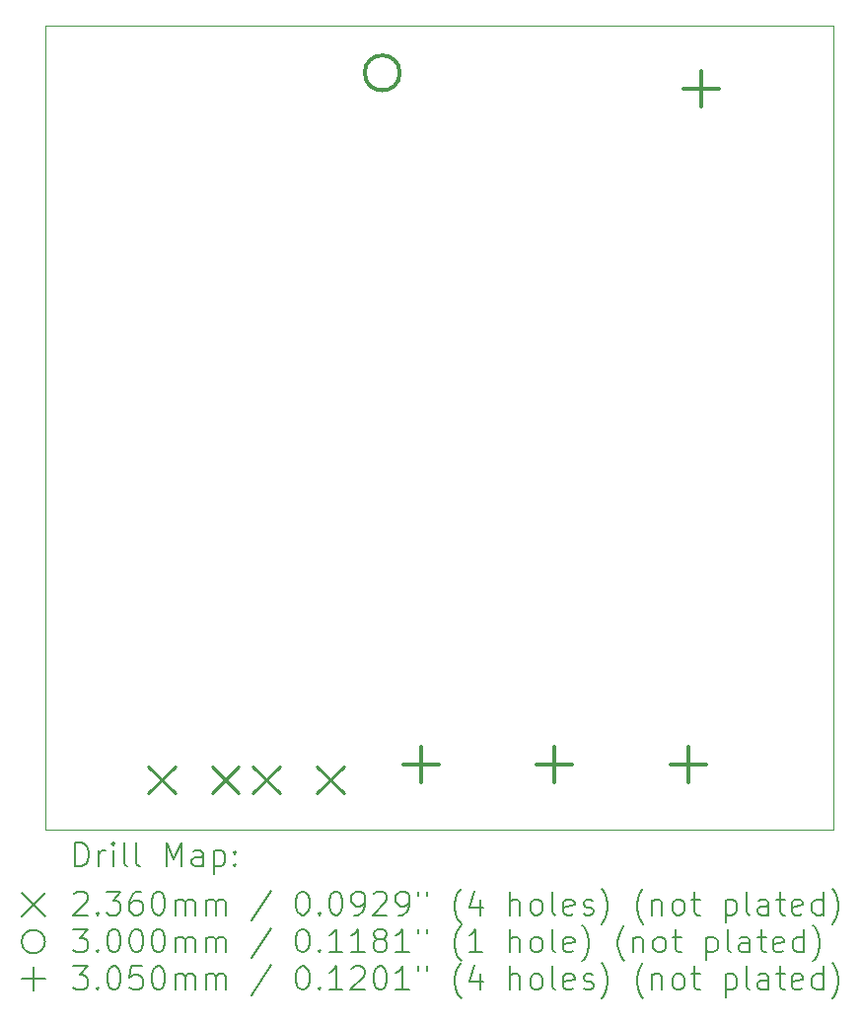
<source format=gbr>
%TF.GenerationSoftware,KiCad,Pcbnew,9.0.0*%
%TF.CreationDate,2026-01-23T14:52:11+07:00*%
%TF.ProjectId,Connector_Extension_Board_V1.0,436f6e6e-6563-4746-9f72-5f457874656e,rev?*%
%TF.SameCoordinates,Original*%
%TF.FileFunction,Drillmap*%
%TF.FilePolarity,Positive*%
%FSLAX45Y45*%
G04 Gerber Fmt 4.5, Leading zero omitted, Abs format (unit mm)*
G04 Created by KiCad (PCBNEW 9.0.0) date 2026-01-23 14:52:11*
%MOMM*%
%LPD*%
G01*
G04 APERTURE LIST*
%ADD10C,0.100000*%
%ADD11C,0.200000*%
%ADD12C,0.236000*%
%ADD13C,0.300000*%
%ADD14C,0.305000*%
G04 APERTURE END LIST*
D10*
X9834900Y-4900000D02*
X16600000Y-4900000D01*
X16600000Y-11800000D01*
X9834900Y-11800000D01*
X9834900Y-4900000D01*
D11*
D12*
X10712450Y-11258905D02*
X10948450Y-11494905D01*
X10948450Y-11258905D02*
X10712450Y-11494905D01*
X11260450Y-11258905D02*
X11496450Y-11494905D01*
X11496450Y-11258905D02*
X11260450Y-11494905D01*
X11615387Y-11258905D02*
X11851387Y-11494905D01*
X11851387Y-11258905D02*
X11615387Y-11494905D01*
X12163387Y-11258905D02*
X12399387Y-11494905D01*
X12399387Y-11258905D02*
X12163387Y-11494905D01*
D13*
X12875200Y-5308980D02*
G75*
G02*
X12575200Y-5308980I-150000J0D01*
G01*
X12575200Y-5308980D02*
G75*
G02*
X12875200Y-5308980I150000J0D01*
G01*
D14*
X13060325Y-11093480D02*
X13060325Y-11398480D01*
X12907825Y-11245980D02*
X13212825Y-11245980D01*
X14205762Y-11093480D02*
X14205762Y-11398480D01*
X14053262Y-11245980D02*
X14358262Y-11245980D01*
X15351200Y-11093480D02*
X15351200Y-11398480D01*
X15198700Y-11245980D02*
X15503700Y-11245980D01*
X15464200Y-5291480D02*
X15464200Y-5596480D01*
X15311700Y-5443980D02*
X15616700Y-5443980D01*
D11*
X10090677Y-12116484D02*
X10090677Y-11916484D01*
X10090677Y-11916484D02*
X10138296Y-11916484D01*
X10138296Y-11916484D02*
X10166867Y-11926008D01*
X10166867Y-11926008D02*
X10185915Y-11945055D01*
X10185915Y-11945055D02*
X10195439Y-11964103D01*
X10195439Y-11964103D02*
X10204963Y-12002198D01*
X10204963Y-12002198D02*
X10204963Y-12030769D01*
X10204963Y-12030769D02*
X10195439Y-12068865D01*
X10195439Y-12068865D02*
X10185915Y-12087912D01*
X10185915Y-12087912D02*
X10166867Y-12106960D01*
X10166867Y-12106960D02*
X10138296Y-12116484D01*
X10138296Y-12116484D02*
X10090677Y-12116484D01*
X10290677Y-12116484D02*
X10290677Y-11983150D01*
X10290677Y-12021246D02*
X10300201Y-12002198D01*
X10300201Y-12002198D02*
X10309724Y-11992674D01*
X10309724Y-11992674D02*
X10328772Y-11983150D01*
X10328772Y-11983150D02*
X10347820Y-11983150D01*
X10414486Y-12116484D02*
X10414486Y-11983150D01*
X10414486Y-11916484D02*
X10404963Y-11926008D01*
X10404963Y-11926008D02*
X10414486Y-11935531D01*
X10414486Y-11935531D02*
X10424010Y-11926008D01*
X10424010Y-11926008D02*
X10414486Y-11916484D01*
X10414486Y-11916484D02*
X10414486Y-11935531D01*
X10538296Y-12116484D02*
X10519248Y-12106960D01*
X10519248Y-12106960D02*
X10509724Y-12087912D01*
X10509724Y-12087912D02*
X10509724Y-11916484D01*
X10643058Y-12116484D02*
X10624010Y-12106960D01*
X10624010Y-12106960D02*
X10614486Y-12087912D01*
X10614486Y-12087912D02*
X10614486Y-11916484D01*
X10871629Y-12116484D02*
X10871629Y-11916484D01*
X10871629Y-11916484D02*
X10938296Y-12059341D01*
X10938296Y-12059341D02*
X11004963Y-11916484D01*
X11004963Y-11916484D02*
X11004963Y-12116484D01*
X11185915Y-12116484D02*
X11185915Y-12011722D01*
X11185915Y-12011722D02*
X11176391Y-11992674D01*
X11176391Y-11992674D02*
X11157344Y-11983150D01*
X11157344Y-11983150D02*
X11119248Y-11983150D01*
X11119248Y-11983150D02*
X11100201Y-11992674D01*
X11185915Y-12106960D02*
X11166867Y-12116484D01*
X11166867Y-12116484D02*
X11119248Y-12116484D01*
X11119248Y-12116484D02*
X11100201Y-12106960D01*
X11100201Y-12106960D02*
X11090677Y-12087912D01*
X11090677Y-12087912D02*
X11090677Y-12068865D01*
X11090677Y-12068865D02*
X11100201Y-12049817D01*
X11100201Y-12049817D02*
X11119248Y-12040293D01*
X11119248Y-12040293D02*
X11166867Y-12040293D01*
X11166867Y-12040293D02*
X11185915Y-12030769D01*
X11281153Y-11983150D02*
X11281153Y-12183150D01*
X11281153Y-11992674D02*
X11300201Y-11983150D01*
X11300201Y-11983150D02*
X11338296Y-11983150D01*
X11338296Y-11983150D02*
X11357343Y-11992674D01*
X11357343Y-11992674D02*
X11366867Y-12002198D01*
X11366867Y-12002198D02*
X11376391Y-12021246D01*
X11376391Y-12021246D02*
X11376391Y-12078388D01*
X11376391Y-12078388D02*
X11366867Y-12097436D01*
X11366867Y-12097436D02*
X11357343Y-12106960D01*
X11357343Y-12106960D02*
X11338296Y-12116484D01*
X11338296Y-12116484D02*
X11300201Y-12116484D01*
X11300201Y-12116484D02*
X11281153Y-12106960D01*
X11462105Y-12097436D02*
X11471629Y-12106960D01*
X11471629Y-12106960D02*
X11462105Y-12116484D01*
X11462105Y-12116484D02*
X11452582Y-12106960D01*
X11452582Y-12106960D02*
X11462105Y-12097436D01*
X11462105Y-12097436D02*
X11462105Y-12116484D01*
X11462105Y-11992674D02*
X11471629Y-12002198D01*
X11471629Y-12002198D02*
X11462105Y-12011722D01*
X11462105Y-12011722D02*
X11452582Y-12002198D01*
X11452582Y-12002198D02*
X11462105Y-11992674D01*
X11462105Y-11992674D02*
X11462105Y-12011722D01*
X9629900Y-12345000D02*
X9829900Y-12545000D01*
X9829900Y-12345000D02*
X9629900Y-12545000D01*
X10081153Y-12355531D02*
X10090677Y-12346008D01*
X10090677Y-12346008D02*
X10109724Y-12336484D01*
X10109724Y-12336484D02*
X10157344Y-12336484D01*
X10157344Y-12336484D02*
X10176391Y-12346008D01*
X10176391Y-12346008D02*
X10185915Y-12355531D01*
X10185915Y-12355531D02*
X10195439Y-12374579D01*
X10195439Y-12374579D02*
X10195439Y-12393627D01*
X10195439Y-12393627D02*
X10185915Y-12422198D01*
X10185915Y-12422198D02*
X10071629Y-12536484D01*
X10071629Y-12536484D02*
X10195439Y-12536484D01*
X10281153Y-12517436D02*
X10290677Y-12526960D01*
X10290677Y-12526960D02*
X10281153Y-12536484D01*
X10281153Y-12536484D02*
X10271629Y-12526960D01*
X10271629Y-12526960D02*
X10281153Y-12517436D01*
X10281153Y-12517436D02*
X10281153Y-12536484D01*
X10357344Y-12336484D02*
X10481153Y-12336484D01*
X10481153Y-12336484D02*
X10414486Y-12412674D01*
X10414486Y-12412674D02*
X10443058Y-12412674D01*
X10443058Y-12412674D02*
X10462105Y-12422198D01*
X10462105Y-12422198D02*
X10471629Y-12431722D01*
X10471629Y-12431722D02*
X10481153Y-12450769D01*
X10481153Y-12450769D02*
X10481153Y-12498388D01*
X10481153Y-12498388D02*
X10471629Y-12517436D01*
X10471629Y-12517436D02*
X10462105Y-12526960D01*
X10462105Y-12526960D02*
X10443058Y-12536484D01*
X10443058Y-12536484D02*
X10385915Y-12536484D01*
X10385915Y-12536484D02*
X10366867Y-12526960D01*
X10366867Y-12526960D02*
X10357344Y-12517436D01*
X10652582Y-12336484D02*
X10614486Y-12336484D01*
X10614486Y-12336484D02*
X10595439Y-12346008D01*
X10595439Y-12346008D02*
X10585915Y-12355531D01*
X10585915Y-12355531D02*
X10566867Y-12384103D01*
X10566867Y-12384103D02*
X10557344Y-12422198D01*
X10557344Y-12422198D02*
X10557344Y-12498388D01*
X10557344Y-12498388D02*
X10566867Y-12517436D01*
X10566867Y-12517436D02*
X10576391Y-12526960D01*
X10576391Y-12526960D02*
X10595439Y-12536484D01*
X10595439Y-12536484D02*
X10633534Y-12536484D01*
X10633534Y-12536484D02*
X10652582Y-12526960D01*
X10652582Y-12526960D02*
X10662105Y-12517436D01*
X10662105Y-12517436D02*
X10671629Y-12498388D01*
X10671629Y-12498388D02*
X10671629Y-12450769D01*
X10671629Y-12450769D02*
X10662105Y-12431722D01*
X10662105Y-12431722D02*
X10652582Y-12422198D01*
X10652582Y-12422198D02*
X10633534Y-12412674D01*
X10633534Y-12412674D02*
X10595439Y-12412674D01*
X10595439Y-12412674D02*
X10576391Y-12422198D01*
X10576391Y-12422198D02*
X10566867Y-12431722D01*
X10566867Y-12431722D02*
X10557344Y-12450769D01*
X10795439Y-12336484D02*
X10814486Y-12336484D01*
X10814486Y-12336484D02*
X10833534Y-12346008D01*
X10833534Y-12346008D02*
X10843058Y-12355531D01*
X10843058Y-12355531D02*
X10852582Y-12374579D01*
X10852582Y-12374579D02*
X10862105Y-12412674D01*
X10862105Y-12412674D02*
X10862105Y-12460293D01*
X10862105Y-12460293D02*
X10852582Y-12498388D01*
X10852582Y-12498388D02*
X10843058Y-12517436D01*
X10843058Y-12517436D02*
X10833534Y-12526960D01*
X10833534Y-12526960D02*
X10814486Y-12536484D01*
X10814486Y-12536484D02*
X10795439Y-12536484D01*
X10795439Y-12536484D02*
X10776391Y-12526960D01*
X10776391Y-12526960D02*
X10766867Y-12517436D01*
X10766867Y-12517436D02*
X10757344Y-12498388D01*
X10757344Y-12498388D02*
X10747820Y-12460293D01*
X10747820Y-12460293D02*
X10747820Y-12412674D01*
X10747820Y-12412674D02*
X10757344Y-12374579D01*
X10757344Y-12374579D02*
X10766867Y-12355531D01*
X10766867Y-12355531D02*
X10776391Y-12346008D01*
X10776391Y-12346008D02*
X10795439Y-12336484D01*
X10947820Y-12536484D02*
X10947820Y-12403150D01*
X10947820Y-12422198D02*
X10957344Y-12412674D01*
X10957344Y-12412674D02*
X10976391Y-12403150D01*
X10976391Y-12403150D02*
X11004963Y-12403150D01*
X11004963Y-12403150D02*
X11024010Y-12412674D01*
X11024010Y-12412674D02*
X11033534Y-12431722D01*
X11033534Y-12431722D02*
X11033534Y-12536484D01*
X11033534Y-12431722D02*
X11043058Y-12412674D01*
X11043058Y-12412674D02*
X11062105Y-12403150D01*
X11062105Y-12403150D02*
X11090677Y-12403150D01*
X11090677Y-12403150D02*
X11109725Y-12412674D01*
X11109725Y-12412674D02*
X11119248Y-12431722D01*
X11119248Y-12431722D02*
X11119248Y-12536484D01*
X11214486Y-12536484D02*
X11214486Y-12403150D01*
X11214486Y-12422198D02*
X11224010Y-12412674D01*
X11224010Y-12412674D02*
X11243058Y-12403150D01*
X11243058Y-12403150D02*
X11271629Y-12403150D01*
X11271629Y-12403150D02*
X11290677Y-12412674D01*
X11290677Y-12412674D02*
X11300201Y-12431722D01*
X11300201Y-12431722D02*
X11300201Y-12536484D01*
X11300201Y-12431722D02*
X11309724Y-12412674D01*
X11309724Y-12412674D02*
X11328772Y-12403150D01*
X11328772Y-12403150D02*
X11357343Y-12403150D01*
X11357343Y-12403150D02*
X11376391Y-12412674D01*
X11376391Y-12412674D02*
X11385915Y-12431722D01*
X11385915Y-12431722D02*
X11385915Y-12536484D01*
X11776391Y-12326960D02*
X11604963Y-12584103D01*
X12033534Y-12336484D02*
X12052582Y-12336484D01*
X12052582Y-12336484D02*
X12071629Y-12346008D01*
X12071629Y-12346008D02*
X12081153Y-12355531D01*
X12081153Y-12355531D02*
X12090677Y-12374579D01*
X12090677Y-12374579D02*
X12100201Y-12412674D01*
X12100201Y-12412674D02*
X12100201Y-12460293D01*
X12100201Y-12460293D02*
X12090677Y-12498388D01*
X12090677Y-12498388D02*
X12081153Y-12517436D01*
X12081153Y-12517436D02*
X12071629Y-12526960D01*
X12071629Y-12526960D02*
X12052582Y-12536484D01*
X12052582Y-12536484D02*
X12033534Y-12536484D01*
X12033534Y-12536484D02*
X12014486Y-12526960D01*
X12014486Y-12526960D02*
X12004963Y-12517436D01*
X12004963Y-12517436D02*
X11995439Y-12498388D01*
X11995439Y-12498388D02*
X11985915Y-12460293D01*
X11985915Y-12460293D02*
X11985915Y-12412674D01*
X11985915Y-12412674D02*
X11995439Y-12374579D01*
X11995439Y-12374579D02*
X12004963Y-12355531D01*
X12004963Y-12355531D02*
X12014486Y-12346008D01*
X12014486Y-12346008D02*
X12033534Y-12336484D01*
X12185915Y-12517436D02*
X12195439Y-12526960D01*
X12195439Y-12526960D02*
X12185915Y-12536484D01*
X12185915Y-12536484D02*
X12176391Y-12526960D01*
X12176391Y-12526960D02*
X12185915Y-12517436D01*
X12185915Y-12517436D02*
X12185915Y-12536484D01*
X12319248Y-12336484D02*
X12338296Y-12336484D01*
X12338296Y-12336484D02*
X12357344Y-12346008D01*
X12357344Y-12346008D02*
X12366867Y-12355531D01*
X12366867Y-12355531D02*
X12376391Y-12374579D01*
X12376391Y-12374579D02*
X12385915Y-12412674D01*
X12385915Y-12412674D02*
X12385915Y-12460293D01*
X12385915Y-12460293D02*
X12376391Y-12498388D01*
X12376391Y-12498388D02*
X12366867Y-12517436D01*
X12366867Y-12517436D02*
X12357344Y-12526960D01*
X12357344Y-12526960D02*
X12338296Y-12536484D01*
X12338296Y-12536484D02*
X12319248Y-12536484D01*
X12319248Y-12536484D02*
X12300201Y-12526960D01*
X12300201Y-12526960D02*
X12290677Y-12517436D01*
X12290677Y-12517436D02*
X12281153Y-12498388D01*
X12281153Y-12498388D02*
X12271629Y-12460293D01*
X12271629Y-12460293D02*
X12271629Y-12412674D01*
X12271629Y-12412674D02*
X12281153Y-12374579D01*
X12281153Y-12374579D02*
X12290677Y-12355531D01*
X12290677Y-12355531D02*
X12300201Y-12346008D01*
X12300201Y-12346008D02*
X12319248Y-12336484D01*
X12481153Y-12536484D02*
X12519248Y-12536484D01*
X12519248Y-12536484D02*
X12538296Y-12526960D01*
X12538296Y-12526960D02*
X12547820Y-12517436D01*
X12547820Y-12517436D02*
X12566867Y-12488865D01*
X12566867Y-12488865D02*
X12576391Y-12450769D01*
X12576391Y-12450769D02*
X12576391Y-12374579D01*
X12576391Y-12374579D02*
X12566867Y-12355531D01*
X12566867Y-12355531D02*
X12557344Y-12346008D01*
X12557344Y-12346008D02*
X12538296Y-12336484D01*
X12538296Y-12336484D02*
X12500201Y-12336484D01*
X12500201Y-12336484D02*
X12481153Y-12346008D01*
X12481153Y-12346008D02*
X12471629Y-12355531D01*
X12471629Y-12355531D02*
X12462106Y-12374579D01*
X12462106Y-12374579D02*
X12462106Y-12422198D01*
X12462106Y-12422198D02*
X12471629Y-12441246D01*
X12471629Y-12441246D02*
X12481153Y-12450769D01*
X12481153Y-12450769D02*
X12500201Y-12460293D01*
X12500201Y-12460293D02*
X12538296Y-12460293D01*
X12538296Y-12460293D02*
X12557344Y-12450769D01*
X12557344Y-12450769D02*
X12566867Y-12441246D01*
X12566867Y-12441246D02*
X12576391Y-12422198D01*
X12652582Y-12355531D02*
X12662106Y-12346008D01*
X12662106Y-12346008D02*
X12681153Y-12336484D01*
X12681153Y-12336484D02*
X12728772Y-12336484D01*
X12728772Y-12336484D02*
X12747820Y-12346008D01*
X12747820Y-12346008D02*
X12757344Y-12355531D01*
X12757344Y-12355531D02*
X12766867Y-12374579D01*
X12766867Y-12374579D02*
X12766867Y-12393627D01*
X12766867Y-12393627D02*
X12757344Y-12422198D01*
X12757344Y-12422198D02*
X12643058Y-12536484D01*
X12643058Y-12536484D02*
X12766867Y-12536484D01*
X12862106Y-12536484D02*
X12900201Y-12536484D01*
X12900201Y-12536484D02*
X12919248Y-12526960D01*
X12919248Y-12526960D02*
X12928772Y-12517436D01*
X12928772Y-12517436D02*
X12947820Y-12488865D01*
X12947820Y-12488865D02*
X12957344Y-12450769D01*
X12957344Y-12450769D02*
X12957344Y-12374579D01*
X12957344Y-12374579D02*
X12947820Y-12355531D01*
X12947820Y-12355531D02*
X12938296Y-12346008D01*
X12938296Y-12346008D02*
X12919248Y-12336484D01*
X12919248Y-12336484D02*
X12881153Y-12336484D01*
X12881153Y-12336484D02*
X12862106Y-12346008D01*
X12862106Y-12346008D02*
X12852582Y-12355531D01*
X12852582Y-12355531D02*
X12843058Y-12374579D01*
X12843058Y-12374579D02*
X12843058Y-12422198D01*
X12843058Y-12422198D02*
X12852582Y-12441246D01*
X12852582Y-12441246D02*
X12862106Y-12450769D01*
X12862106Y-12450769D02*
X12881153Y-12460293D01*
X12881153Y-12460293D02*
X12919248Y-12460293D01*
X12919248Y-12460293D02*
X12938296Y-12450769D01*
X12938296Y-12450769D02*
X12947820Y-12441246D01*
X12947820Y-12441246D02*
X12957344Y-12422198D01*
X13033534Y-12336484D02*
X13033534Y-12374579D01*
X13109725Y-12336484D02*
X13109725Y-12374579D01*
X13404963Y-12612674D02*
X13395439Y-12603150D01*
X13395439Y-12603150D02*
X13376391Y-12574579D01*
X13376391Y-12574579D02*
X13366868Y-12555531D01*
X13366868Y-12555531D02*
X13357344Y-12526960D01*
X13357344Y-12526960D02*
X13347820Y-12479341D01*
X13347820Y-12479341D02*
X13347820Y-12441246D01*
X13347820Y-12441246D02*
X13357344Y-12393627D01*
X13357344Y-12393627D02*
X13366868Y-12365055D01*
X13366868Y-12365055D02*
X13376391Y-12346008D01*
X13376391Y-12346008D02*
X13395439Y-12317436D01*
X13395439Y-12317436D02*
X13404963Y-12307912D01*
X13566868Y-12403150D02*
X13566868Y-12536484D01*
X13519248Y-12326960D02*
X13471629Y-12469817D01*
X13471629Y-12469817D02*
X13595439Y-12469817D01*
X13824010Y-12536484D02*
X13824010Y-12336484D01*
X13909725Y-12536484D02*
X13909725Y-12431722D01*
X13909725Y-12431722D02*
X13900201Y-12412674D01*
X13900201Y-12412674D02*
X13881153Y-12403150D01*
X13881153Y-12403150D02*
X13852582Y-12403150D01*
X13852582Y-12403150D02*
X13833534Y-12412674D01*
X13833534Y-12412674D02*
X13824010Y-12422198D01*
X14033534Y-12536484D02*
X14014487Y-12526960D01*
X14014487Y-12526960D02*
X14004963Y-12517436D01*
X14004963Y-12517436D02*
X13995439Y-12498388D01*
X13995439Y-12498388D02*
X13995439Y-12441246D01*
X13995439Y-12441246D02*
X14004963Y-12422198D01*
X14004963Y-12422198D02*
X14014487Y-12412674D01*
X14014487Y-12412674D02*
X14033534Y-12403150D01*
X14033534Y-12403150D02*
X14062106Y-12403150D01*
X14062106Y-12403150D02*
X14081153Y-12412674D01*
X14081153Y-12412674D02*
X14090677Y-12422198D01*
X14090677Y-12422198D02*
X14100201Y-12441246D01*
X14100201Y-12441246D02*
X14100201Y-12498388D01*
X14100201Y-12498388D02*
X14090677Y-12517436D01*
X14090677Y-12517436D02*
X14081153Y-12526960D01*
X14081153Y-12526960D02*
X14062106Y-12536484D01*
X14062106Y-12536484D02*
X14033534Y-12536484D01*
X14214487Y-12536484D02*
X14195439Y-12526960D01*
X14195439Y-12526960D02*
X14185915Y-12507912D01*
X14185915Y-12507912D02*
X14185915Y-12336484D01*
X14366868Y-12526960D02*
X14347820Y-12536484D01*
X14347820Y-12536484D02*
X14309725Y-12536484D01*
X14309725Y-12536484D02*
X14290677Y-12526960D01*
X14290677Y-12526960D02*
X14281153Y-12507912D01*
X14281153Y-12507912D02*
X14281153Y-12431722D01*
X14281153Y-12431722D02*
X14290677Y-12412674D01*
X14290677Y-12412674D02*
X14309725Y-12403150D01*
X14309725Y-12403150D02*
X14347820Y-12403150D01*
X14347820Y-12403150D02*
X14366868Y-12412674D01*
X14366868Y-12412674D02*
X14376391Y-12431722D01*
X14376391Y-12431722D02*
X14376391Y-12450769D01*
X14376391Y-12450769D02*
X14281153Y-12469817D01*
X14452582Y-12526960D02*
X14471630Y-12536484D01*
X14471630Y-12536484D02*
X14509725Y-12536484D01*
X14509725Y-12536484D02*
X14528772Y-12526960D01*
X14528772Y-12526960D02*
X14538296Y-12507912D01*
X14538296Y-12507912D02*
X14538296Y-12498388D01*
X14538296Y-12498388D02*
X14528772Y-12479341D01*
X14528772Y-12479341D02*
X14509725Y-12469817D01*
X14509725Y-12469817D02*
X14481153Y-12469817D01*
X14481153Y-12469817D02*
X14462106Y-12460293D01*
X14462106Y-12460293D02*
X14452582Y-12441246D01*
X14452582Y-12441246D02*
X14452582Y-12431722D01*
X14452582Y-12431722D02*
X14462106Y-12412674D01*
X14462106Y-12412674D02*
X14481153Y-12403150D01*
X14481153Y-12403150D02*
X14509725Y-12403150D01*
X14509725Y-12403150D02*
X14528772Y-12412674D01*
X14604963Y-12612674D02*
X14614487Y-12603150D01*
X14614487Y-12603150D02*
X14633534Y-12574579D01*
X14633534Y-12574579D02*
X14643058Y-12555531D01*
X14643058Y-12555531D02*
X14652582Y-12526960D01*
X14652582Y-12526960D02*
X14662106Y-12479341D01*
X14662106Y-12479341D02*
X14662106Y-12441246D01*
X14662106Y-12441246D02*
X14652582Y-12393627D01*
X14652582Y-12393627D02*
X14643058Y-12365055D01*
X14643058Y-12365055D02*
X14633534Y-12346008D01*
X14633534Y-12346008D02*
X14614487Y-12317436D01*
X14614487Y-12317436D02*
X14604963Y-12307912D01*
X14966868Y-12612674D02*
X14957344Y-12603150D01*
X14957344Y-12603150D02*
X14938296Y-12574579D01*
X14938296Y-12574579D02*
X14928772Y-12555531D01*
X14928772Y-12555531D02*
X14919249Y-12526960D01*
X14919249Y-12526960D02*
X14909725Y-12479341D01*
X14909725Y-12479341D02*
X14909725Y-12441246D01*
X14909725Y-12441246D02*
X14919249Y-12393627D01*
X14919249Y-12393627D02*
X14928772Y-12365055D01*
X14928772Y-12365055D02*
X14938296Y-12346008D01*
X14938296Y-12346008D02*
X14957344Y-12317436D01*
X14957344Y-12317436D02*
X14966868Y-12307912D01*
X15043058Y-12403150D02*
X15043058Y-12536484D01*
X15043058Y-12422198D02*
X15052582Y-12412674D01*
X15052582Y-12412674D02*
X15071630Y-12403150D01*
X15071630Y-12403150D02*
X15100201Y-12403150D01*
X15100201Y-12403150D02*
X15119249Y-12412674D01*
X15119249Y-12412674D02*
X15128772Y-12431722D01*
X15128772Y-12431722D02*
X15128772Y-12536484D01*
X15252582Y-12536484D02*
X15233534Y-12526960D01*
X15233534Y-12526960D02*
X15224011Y-12517436D01*
X15224011Y-12517436D02*
X15214487Y-12498388D01*
X15214487Y-12498388D02*
X15214487Y-12441246D01*
X15214487Y-12441246D02*
X15224011Y-12422198D01*
X15224011Y-12422198D02*
X15233534Y-12412674D01*
X15233534Y-12412674D02*
X15252582Y-12403150D01*
X15252582Y-12403150D02*
X15281153Y-12403150D01*
X15281153Y-12403150D02*
X15300201Y-12412674D01*
X15300201Y-12412674D02*
X15309725Y-12422198D01*
X15309725Y-12422198D02*
X15319249Y-12441246D01*
X15319249Y-12441246D02*
X15319249Y-12498388D01*
X15319249Y-12498388D02*
X15309725Y-12517436D01*
X15309725Y-12517436D02*
X15300201Y-12526960D01*
X15300201Y-12526960D02*
X15281153Y-12536484D01*
X15281153Y-12536484D02*
X15252582Y-12536484D01*
X15376392Y-12403150D02*
X15452582Y-12403150D01*
X15404963Y-12336484D02*
X15404963Y-12507912D01*
X15404963Y-12507912D02*
X15414487Y-12526960D01*
X15414487Y-12526960D02*
X15433534Y-12536484D01*
X15433534Y-12536484D02*
X15452582Y-12536484D01*
X15671630Y-12403150D02*
X15671630Y-12603150D01*
X15671630Y-12412674D02*
X15690677Y-12403150D01*
X15690677Y-12403150D02*
X15728773Y-12403150D01*
X15728773Y-12403150D02*
X15747820Y-12412674D01*
X15747820Y-12412674D02*
X15757344Y-12422198D01*
X15757344Y-12422198D02*
X15766868Y-12441246D01*
X15766868Y-12441246D02*
X15766868Y-12498388D01*
X15766868Y-12498388D02*
X15757344Y-12517436D01*
X15757344Y-12517436D02*
X15747820Y-12526960D01*
X15747820Y-12526960D02*
X15728773Y-12536484D01*
X15728773Y-12536484D02*
X15690677Y-12536484D01*
X15690677Y-12536484D02*
X15671630Y-12526960D01*
X15881153Y-12536484D02*
X15862106Y-12526960D01*
X15862106Y-12526960D02*
X15852582Y-12507912D01*
X15852582Y-12507912D02*
X15852582Y-12336484D01*
X16043058Y-12536484D02*
X16043058Y-12431722D01*
X16043058Y-12431722D02*
X16033534Y-12412674D01*
X16033534Y-12412674D02*
X16014487Y-12403150D01*
X16014487Y-12403150D02*
X15976392Y-12403150D01*
X15976392Y-12403150D02*
X15957344Y-12412674D01*
X16043058Y-12526960D02*
X16024011Y-12536484D01*
X16024011Y-12536484D02*
X15976392Y-12536484D01*
X15976392Y-12536484D02*
X15957344Y-12526960D01*
X15957344Y-12526960D02*
X15947820Y-12507912D01*
X15947820Y-12507912D02*
X15947820Y-12488865D01*
X15947820Y-12488865D02*
X15957344Y-12469817D01*
X15957344Y-12469817D02*
X15976392Y-12460293D01*
X15976392Y-12460293D02*
X16024011Y-12460293D01*
X16024011Y-12460293D02*
X16043058Y-12450769D01*
X16109725Y-12403150D02*
X16185915Y-12403150D01*
X16138296Y-12336484D02*
X16138296Y-12507912D01*
X16138296Y-12507912D02*
X16147820Y-12526960D01*
X16147820Y-12526960D02*
X16166868Y-12536484D01*
X16166868Y-12536484D02*
X16185915Y-12536484D01*
X16328773Y-12526960D02*
X16309725Y-12536484D01*
X16309725Y-12536484D02*
X16271630Y-12536484D01*
X16271630Y-12536484D02*
X16252582Y-12526960D01*
X16252582Y-12526960D02*
X16243058Y-12507912D01*
X16243058Y-12507912D02*
X16243058Y-12431722D01*
X16243058Y-12431722D02*
X16252582Y-12412674D01*
X16252582Y-12412674D02*
X16271630Y-12403150D01*
X16271630Y-12403150D02*
X16309725Y-12403150D01*
X16309725Y-12403150D02*
X16328773Y-12412674D01*
X16328773Y-12412674D02*
X16338296Y-12431722D01*
X16338296Y-12431722D02*
X16338296Y-12450769D01*
X16338296Y-12450769D02*
X16243058Y-12469817D01*
X16509725Y-12536484D02*
X16509725Y-12336484D01*
X16509725Y-12526960D02*
X16490677Y-12536484D01*
X16490677Y-12536484D02*
X16452582Y-12536484D01*
X16452582Y-12536484D02*
X16433534Y-12526960D01*
X16433534Y-12526960D02*
X16424011Y-12517436D01*
X16424011Y-12517436D02*
X16414487Y-12498388D01*
X16414487Y-12498388D02*
X16414487Y-12441246D01*
X16414487Y-12441246D02*
X16424011Y-12422198D01*
X16424011Y-12422198D02*
X16433534Y-12412674D01*
X16433534Y-12412674D02*
X16452582Y-12403150D01*
X16452582Y-12403150D02*
X16490677Y-12403150D01*
X16490677Y-12403150D02*
X16509725Y-12412674D01*
X16585915Y-12612674D02*
X16595439Y-12603150D01*
X16595439Y-12603150D02*
X16614487Y-12574579D01*
X16614487Y-12574579D02*
X16624011Y-12555531D01*
X16624011Y-12555531D02*
X16633534Y-12526960D01*
X16633534Y-12526960D02*
X16643058Y-12479341D01*
X16643058Y-12479341D02*
X16643058Y-12441246D01*
X16643058Y-12441246D02*
X16633534Y-12393627D01*
X16633534Y-12393627D02*
X16624011Y-12365055D01*
X16624011Y-12365055D02*
X16614487Y-12346008D01*
X16614487Y-12346008D02*
X16595439Y-12317436D01*
X16595439Y-12317436D02*
X16585915Y-12307912D01*
X9829900Y-12765000D02*
G75*
G02*
X9629900Y-12765000I-100000J0D01*
G01*
X9629900Y-12765000D02*
G75*
G02*
X9829900Y-12765000I100000J0D01*
G01*
X10071629Y-12656484D02*
X10195439Y-12656484D01*
X10195439Y-12656484D02*
X10128772Y-12732674D01*
X10128772Y-12732674D02*
X10157344Y-12732674D01*
X10157344Y-12732674D02*
X10176391Y-12742198D01*
X10176391Y-12742198D02*
X10185915Y-12751722D01*
X10185915Y-12751722D02*
X10195439Y-12770769D01*
X10195439Y-12770769D02*
X10195439Y-12818388D01*
X10195439Y-12818388D02*
X10185915Y-12837436D01*
X10185915Y-12837436D02*
X10176391Y-12846960D01*
X10176391Y-12846960D02*
X10157344Y-12856484D01*
X10157344Y-12856484D02*
X10100201Y-12856484D01*
X10100201Y-12856484D02*
X10081153Y-12846960D01*
X10081153Y-12846960D02*
X10071629Y-12837436D01*
X10281153Y-12837436D02*
X10290677Y-12846960D01*
X10290677Y-12846960D02*
X10281153Y-12856484D01*
X10281153Y-12856484D02*
X10271629Y-12846960D01*
X10271629Y-12846960D02*
X10281153Y-12837436D01*
X10281153Y-12837436D02*
X10281153Y-12856484D01*
X10414486Y-12656484D02*
X10433534Y-12656484D01*
X10433534Y-12656484D02*
X10452582Y-12666008D01*
X10452582Y-12666008D02*
X10462105Y-12675531D01*
X10462105Y-12675531D02*
X10471629Y-12694579D01*
X10471629Y-12694579D02*
X10481153Y-12732674D01*
X10481153Y-12732674D02*
X10481153Y-12780293D01*
X10481153Y-12780293D02*
X10471629Y-12818388D01*
X10471629Y-12818388D02*
X10462105Y-12837436D01*
X10462105Y-12837436D02*
X10452582Y-12846960D01*
X10452582Y-12846960D02*
X10433534Y-12856484D01*
X10433534Y-12856484D02*
X10414486Y-12856484D01*
X10414486Y-12856484D02*
X10395439Y-12846960D01*
X10395439Y-12846960D02*
X10385915Y-12837436D01*
X10385915Y-12837436D02*
X10376391Y-12818388D01*
X10376391Y-12818388D02*
X10366867Y-12780293D01*
X10366867Y-12780293D02*
X10366867Y-12732674D01*
X10366867Y-12732674D02*
X10376391Y-12694579D01*
X10376391Y-12694579D02*
X10385915Y-12675531D01*
X10385915Y-12675531D02*
X10395439Y-12666008D01*
X10395439Y-12666008D02*
X10414486Y-12656484D01*
X10604963Y-12656484D02*
X10624010Y-12656484D01*
X10624010Y-12656484D02*
X10643058Y-12666008D01*
X10643058Y-12666008D02*
X10652582Y-12675531D01*
X10652582Y-12675531D02*
X10662105Y-12694579D01*
X10662105Y-12694579D02*
X10671629Y-12732674D01*
X10671629Y-12732674D02*
X10671629Y-12780293D01*
X10671629Y-12780293D02*
X10662105Y-12818388D01*
X10662105Y-12818388D02*
X10652582Y-12837436D01*
X10652582Y-12837436D02*
X10643058Y-12846960D01*
X10643058Y-12846960D02*
X10624010Y-12856484D01*
X10624010Y-12856484D02*
X10604963Y-12856484D01*
X10604963Y-12856484D02*
X10585915Y-12846960D01*
X10585915Y-12846960D02*
X10576391Y-12837436D01*
X10576391Y-12837436D02*
X10566867Y-12818388D01*
X10566867Y-12818388D02*
X10557344Y-12780293D01*
X10557344Y-12780293D02*
X10557344Y-12732674D01*
X10557344Y-12732674D02*
X10566867Y-12694579D01*
X10566867Y-12694579D02*
X10576391Y-12675531D01*
X10576391Y-12675531D02*
X10585915Y-12666008D01*
X10585915Y-12666008D02*
X10604963Y-12656484D01*
X10795439Y-12656484D02*
X10814486Y-12656484D01*
X10814486Y-12656484D02*
X10833534Y-12666008D01*
X10833534Y-12666008D02*
X10843058Y-12675531D01*
X10843058Y-12675531D02*
X10852582Y-12694579D01*
X10852582Y-12694579D02*
X10862105Y-12732674D01*
X10862105Y-12732674D02*
X10862105Y-12780293D01*
X10862105Y-12780293D02*
X10852582Y-12818388D01*
X10852582Y-12818388D02*
X10843058Y-12837436D01*
X10843058Y-12837436D02*
X10833534Y-12846960D01*
X10833534Y-12846960D02*
X10814486Y-12856484D01*
X10814486Y-12856484D02*
X10795439Y-12856484D01*
X10795439Y-12856484D02*
X10776391Y-12846960D01*
X10776391Y-12846960D02*
X10766867Y-12837436D01*
X10766867Y-12837436D02*
X10757344Y-12818388D01*
X10757344Y-12818388D02*
X10747820Y-12780293D01*
X10747820Y-12780293D02*
X10747820Y-12732674D01*
X10747820Y-12732674D02*
X10757344Y-12694579D01*
X10757344Y-12694579D02*
X10766867Y-12675531D01*
X10766867Y-12675531D02*
X10776391Y-12666008D01*
X10776391Y-12666008D02*
X10795439Y-12656484D01*
X10947820Y-12856484D02*
X10947820Y-12723150D01*
X10947820Y-12742198D02*
X10957344Y-12732674D01*
X10957344Y-12732674D02*
X10976391Y-12723150D01*
X10976391Y-12723150D02*
X11004963Y-12723150D01*
X11004963Y-12723150D02*
X11024010Y-12732674D01*
X11024010Y-12732674D02*
X11033534Y-12751722D01*
X11033534Y-12751722D02*
X11033534Y-12856484D01*
X11033534Y-12751722D02*
X11043058Y-12732674D01*
X11043058Y-12732674D02*
X11062105Y-12723150D01*
X11062105Y-12723150D02*
X11090677Y-12723150D01*
X11090677Y-12723150D02*
X11109725Y-12732674D01*
X11109725Y-12732674D02*
X11119248Y-12751722D01*
X11119248Y-12751722D02*
X11119248Y-12856484D01*
X11214486Y-12856484D02*
X11214486Y-12723150D01*
X11214486Y-12742198D02*
X11224010Y-12732674D01*
X11224010Y-12732674D02*
X11243058Y-12723150D01*
X11243058Y-12723150D02*
X11271629Y-12723150D01*
X11271629Y-12723150D02*
X11290677Y-12732674D01*
X11290677Y-12732674D02*
X11300201Y-12751722D01*
X11300201Y-12751722D02*
X11300201Y-12856484D01*
X11300201Y-12751722D02*
X11309724Y-12732674D01*
X11309724Y-12732674D02*
X11328772Y-12723150D01*
X11328772Y-12723150D02*
X11357343Y-12723150D01*
X11357343Y-12723150D02*
X11376391Y-12732674D01*
X11376391Y-12732674D02*
X11385915Y-12751722D01*
X11385915Y-12751722D02*
X11385915Y-12856484D01*
X11776391Y-12646960D02*
X11604963Y-12904103D01*
X12033534Y-12656484D02*
X12052582Y-12656484D01*
X12052582Y-12656484D02*
X12071629Y-12666008D01*
X12071629Y-12666008D02*
X12081153Y-12675531D01*
X12081153Y-12675531D02*
X12090677Y-12694579D01*
X12090677Y-12694579D02*
X12100201Y-12732674D01*
X12100201Y-12732674D02*
X12100201Y-12780293D01*
X12100201Y-12780293D02*
X12090677Y-12818388D01*
X12090677Y-12818388D02*
X12081153Y-12837436D01*
X12081153Y-12837436D02*
X12071629Y-12846960D01*
X12071629Y-12846960D02*
X12052582Y-12856484D01*
X12052582Y-12856484D02*
X12033534Y-12856484D01*
X12033534Y-12856484D02*
X12014486Y-12846960D01*
X12014486Y-12846960D02*
X12004963Y-12837436D01*
X12004963Y-12837436D02*
X11995439Y-12818388D01*
X11995439Y-12818388D02*
X11985915Y-12780293D01*
X11985915Y-12780293D02*
X11985915Y-12732674D01*
X11985915Y-12732674D02*
X11995439Y-12694579D01*
X11995439Y-12694579D02*
X12004963Y-12675531D01*
X12004963Y-12675531D02*
X12014486Y-12666008D01*
X12014486Y-12666008D02*
X12033534Y-12656484D01*
X12185915Y-12837436D02*
X12195439Y-12846960D01*
X12195439Y-12846960D02*
X12185915Y-12856484D01*
X12185915Y-12856484D02*
X12176391Y-12846960D01*
X12176391Y-12846960D02*
X12185915Y-12837436D01*
X12185915Y-12837436D02*
X12185915Y-12856484D01*
X12385915Y-12856484D02*
X12271629Y-12856484D01*
X12328772Y-12856484D02*
X12328772Y-12656484D01*
X12328772Y-12656484D02*
X12309725Y-12685055D01*
X12309725Y-12685055D02*
X12290677Y-12704103D01*
X12290677Y-12704103D02*
X12271629Y-12713627D01*
X12576391Y-12856484D02*
X12462106Y-12856484D01*
X12519248Y-12856484D02*
X12519248Y-12656484D01*
X12519248Y-12656484D02*
X12500201Y-12685055D01*
X12500201Y-12685055D02*
X12481153Y-12704103D01*
X12481153Y-12704103D02*
X12462106Y-12713627D01*
X12690677Y-12742198D02*
X12671629Y-12732674D01*
X12671629Y-12732674D02*
X12662106Y-12723150D01*
X12662106Y-12723150D02*
X12652582Y-12704103D01*
X12652582Y-12704103D02*
X12652582Y-12694579D01*
X12652582Y-12694579D02*
X12662106Y-12675531D01*
X12662106Y-12675531D02*
X12671629Y-12666008D01*
X12671629Y-12666008D02*
X12690677Y-12656484D01*
X12690677Y-12656484D02*
X12728772Y-12656484D01*
X12728772Y-12656484D02*
X12747820Y-12666008D01*
X12747820Y-12666008D02*
X12757344Y-12675531D01*
X12757344Y-12675531D02*
X12766867Y-12694579D01*
X12766867Y-12694579D02*
X12766867Y-12704103D01*
X12766867Y-12704103D02*
X12757344Y-12723150D01*
X12757344Y-12723150D02*
X12747820Y-12732674D01*
X12747820Y-12732674D02*
X12728772Y-12742198D01*
X12728772Y-12742198D02*
X12690677Y-12742198D01*
X12690677Y-12742198D02*
X12671629Y-12751722D01*
X12671629Y-12751722D02*
X12662106Y-12761246D01*
X12662106Y-12761246D02*
X12652582Y-12780293D01*
X12652582Y-12780293D02*
X12652582Y-12818388D01*
X12652582Y-12818388D02*
X12662106Y-12837436D01*
X12662106Y-12837436D02*
X12671629Y-12846960D01*
X12671629Y-12846960D02*
X12690677Y-12856484D01*
X12690677Y-12856484D02*
X12728772Y-12856484D01*
X12728772Y-12856484D02*
X12747820Y-12846960D01*
X12747820Y-12846960D02*
X12757344Y-12837436D01*
X12757344Y-12837436D02*
X12766867Y-12818388D01*
X12766867Y-12818388D02*
X12766867Y-12780293D01*
X12766867Y-12780293D02*
X12757344Y-12761246D01*
X12757344Y-12761246D02*
X12747820Y-12751722D01*
X12747820Y-12751722D02*
X12728772Y-12742198D01*
X12957344Y-12856484D02*
X12843058Y-12856484D01*
X12900201Y-12856484D02*
X12900201Y-12656484D01*
X12900201Y-12656484D02*
X12881153Y-12685055D01*
X12881153Y-12685055D02*
X12862106Y-12704103D01*
X12862106Y-12704103D02*
X12843058Y-12713627D01*
X13033534Y-12656484D02*
X13033534Y-12694579D01*
X13109725Y-12656484D02*
X13109725Y-12694579D01*
X13404963Y-12932674D02*
X13395439Y-12923150D01*
X13395439Y-12923150D02*
X13376391Y-12894579D01*
X13376391Y-12894579D02*
X13366868Y-12875531D01*
X13366868Y-12875531D02*
X13357344Y-12846960D01*
X13357344Y-12846960D02*
X13347820Y-12799341D01*
X13347820Y-12799341D02*
X13347820Y-12761246D01*
X13347820Y-12761246D02*
X13357344Y-12713627D01*
X13357344Y-12713627D02*
X13366868Y-12685055D01*
X13366868Y-12685055D02*
X13376391Y-12666008D01*
X13376391Y-12666008D02*
X13395439Y-12637436D01*
X13395439Y-12637436D02*
X13404963Y-12627912D01*
X13585915Y-12856484D02*
X13471629Y-12856484D01*
X13528772Y-12856484D02*
X13528772Y-12656484D01*
X13528772Y-12656484D02*
X13509725Y-12685055D01*
X13509725Y-12685055D02*
X13490677Y-12704103D01*
X13490677Y-12704103D02*
X13471629Y-12713627D01*
X13824010Y-12856484D02*
X13824010Y-12656484D01*
X13909725Y-12856484D02*
X13909725Y-12751722D01*
X13909725Y-12751722D02*
X13900201Y-12732674D01*
X13900201Y-12732674D02*
X13881153Y-12723150D01*
X13881153Y-12723150D02*
X13852582Y-12723150D01*
X13852582Y-12723150D02*
X13833534Y-12732674D01*
X13833534Y-12732674D02*
X13824010Y-12742198D01*
X14033534Y-12856484D02*
X14014487Y-12846960D01*
X14014487Y-12846960D02*
X14004963Y-12837436D01*
X14004963Y-12837436D02*
X13995439Y-12818388D01*
X13995439Y-12818388D02*
X13995439Y-12761246D01*
X13995439Y-12761246D02*
X14004963Y-12742198D01*
X14004963Y-12742198D02*
X14014487Y-12732674D01*
X14014487Y-12732674D02*
X14033534Y-12723150D01*
X14033534Y-12723150D02*
X14062106Y-12723150D01*
X14062106Y-12723150D02*
X14081153Y-12732674D01*
X14081153Y-12732674D02*
X14090677Y-12742198D01*
X14090677Y-12742198D02*
X14100201Y-12761246D01*
X14100201Y-12761246D02*
X14100201Y-12818388D01*
X14100201Y-12818388D02*
X14090677Y-12837436D01*
X14090677Y-12837436D02*
X14081153Y-12846960D01*
X14081153Y-12846960D02*
X14062106Y-12856484D01*
X14062106Y-12856484D02*
X14033534Y-12856484D01*
X14214487Y-12856484D02*
X14195439Y-12846960D01*
X14195439Y-12846960D02*
X14185915Y-12827912D01*
X14185915Y-12827912D02*
X14185915Y-12656484D01*
X14366868Y-12846960D02*
X14347820Y-12856484D01*
X14347820Y-12856484D02*
X14309725Y-12856484D01*
X14309725Y-12856484D02*
X14290677Y-12846960D01*
X14290677Y-12846960D02*
X14281153Y-12827912D01*
X14281153Y-12827912D02*
X14281153Y-12751722D01*
X14281153Y-12751722D02*
X14290677Y-12732674D01*
X14290677Y-12732674D02*
X14309725Y-12723150D01*
X14309725Y-12723150D02*
X14347820Y-12723150D01*
X14347820Y-12723150D02*
X14366868Y-12732674D01*
X14366868Y-12732674D02*
X14376391Y-12751722D01*
X14376391Y-12751722D02*
X14376391Y-12770769D01*
X14376391Y-12770769D02*
X14281153Y-12789817D01*
X14443058Y-12932674D02*
X14452582Y-12923150D01*
X14452582Y-12923150D02*
X14471630Y-12894579D01*
X14471630Y-12894579D02*
X14481153Y-12875531D01*
X14481153Y-12875531D02*
X14490677Y-12846960D01*
X14490677Y-12846960D02*
X14500201Y-12799341D01*
X14500201Y-12799341D02*
X14500201Y-12761246D01*
X14500201Y-12761246D02*
X14490677Y-12713627D01*
X14490677Y-12713627D02*
X14481153Y-12685055D01*
X14481153Y-12685055D02*
X14471630Y-12666008D01*
X14471630Y-12666008D02*
X14452582Y-12637436D01*
X14452582Y-12637436D02*
X14443058Y-12627912D01*
X14804963Y-12932674D02*
X14795439Y-12923150D01*
X14795439Y-12923150D02*
X14776391Y-12894579D01*
X14776391Y-12894579D02*
X14766868Y-12875531D01*
X14766868Y-12875531D02*
X14757344Y-12846960D01*
X14757344Y-12846960D02*
X14747820Y-12799341D01*
X14747820Y-12799341D02*
X14747820Y-12761246D01*
X14747820Y-12761246D02*
X14757344Y-12713627D01*
X14757344Y-12713627D02*
X14766868Y-12685055D01*
X14766868Y-12685055D02*
X14776391Y-12666008D01*
X14776391Y-12666008D02*
X14795439Y-12637436D01*
X14795439Y-12637436D02*
X14804963Y-12627912D01*
X14881153Y-12723150D02*
X14881153Y-12856484D01*
X14881153Y-12742198D02*
X14890677Y-12732674D01*
X14890677Y-12732674D02*
X14909725Y-12723150D01*
X14909725Y-12723150D02*
X14938296Y-12723150D01*
X14938296Y-12723150D02*
X14957344Y-12732674D01*
X14957344Y-12732674D02*
X14966868Y-12751722D01*
X14966868Y-12751722D02*
X14966868Y-12856484D01*
X15090677Y-12856484D02*
X15071630Y-12846960D01*
X15071630Y-12846960D02*
X15062106Y-12837436D01*
X15062106Y-12837436D02*
X15052582Y-12818388D01*
X15052582Y-12818388D02*
X15052582Y-12761246D01*
X15052582Y-12761246D02*
X15062106Y-12742198D01*
X15062106Y-12742198D02*
X15071630Y-12732674D01*
X15071630Y-12732674D02*
X15090677Y-12723150D01*
X15090677Y-12723150D02*
X15119249Y-12723150D01*
X15119249Y-12723150D02*
X15138296Y-12732674D01*
X15138296Y-12732674D02*
X15147820Y-12742198D01*
X15147820Y-12742198D02*
X15157344Y-12761246D01*
X15157344Y-12761246D02*
X15157344Y-12818388D01*
X15157344Y-12818388D02*
X15147820Y-12837436D01*
X15147820Y-12837436D02*
X15138296Y-12846960D01*
X15138296Y-12846960D02*
X15119249Y-12856484D01*
X15119249Y-12856484D02*
X15090677Y-12856484D01*
X15214487Y-12723150D02*
X15290677Y-12723150D01*
X15243058Y-12656484D02*
X15243058Y-12827912D01*
X15243058Y-12827912D02*
X15252582Y-12846960D01*
X15252582Y-12846960D02*
X15271630Y-12856484D01*
X15271630Y-12856484D02*
X15290677Y-12856484D01*
X15509725Y-12723150D02*
X15509725Y-12923150D01*
X15509725Y-12732674D02*
X15528772Y-12723150D01*
X15528772Y-12723150D02*
X15566868Y-12723150D01*
X15566868Y-12723150D02*
X15585915Y-12732674D01*
X15585915Y-12732674D02*
X15595439Y-12742198D01*
X15595439Y-12742198D02*
X15604963Y-12761246D01*
X15604963Y-12761246D02*
X15604963Y-12818388D01*
X15604963Y-12818388D02*
X15595439Y-12837436D01*
X15595439Y-12837436D02*
X15585915Y-12846960D01*
X15585915Y-12846960D02*
X15566868Y-12856484D01*
X15566868Y-12856484D02*
X15528772Y-12856484D01*
X15528772Y-12856484D02*
X15509725Y-12846960D01*
X15719249Y-12856484D02*
X15700201Y-12846960D01*
X15700201Y-12846960D02*
X15690677Y-12827912D01*
X15690677Y-12827912D02*
X15690677Y-12656484D01*
X15881153Y-12856484D02*
X15881153Y-12751722D01*
X15881153Y-12751722D02*
X15871630Y-12732674D01*
X15871630Y-12732674D02*
X15852582Y-12723150D01*
X15852582Y-12723150D02*
X15814487Y-12723150D01*
X15814487Y-12723150D02*
X15795439Y-12732674D01*
X15881153Y-12846960D02*
X15862106Y-12856484D01*
X15862106Y-12856484D02*
X15814487Y-12856484D01*
X15814487Y-12856484D02*
X15795439Y-12846960D01*
X15795439Y-12846960D02*
X15785915Y-12827912D01*
X15785915Y-12827912D02*
X15785915Y-12808865D01*
X15785915Y-12808865D02*
X15795439Y-12789817D01*
X15795439Y-12789817D02*
X15814487Y-12780293D01*
X15814487Y-12780293D02*
X15862106Y-12780293D01*
X15862106Y-12780293D02*
X15881153Y-12770769D01*
X15947820Y-12723150D02*
X16024011Y-12723150D01*
X15976392Y-12656484D02*
X15976392Y-12827912D01*
X15976392Y-12827912D02*
X15985915Y-12846960D01*
X15985915Y-12846960D02*
X16004963Y-12856484D01*
X16004963Y-12856484D02*
X16024011Y-12856484D01*
X16166868Y-12846960D02*
X16147820Y-12856484D01*
X16147820Y-12856484D02*
X16109725Y-12856484D01*
X16109725Y-12856484D02*
X16090677Y-12846960D01*
X16090677Y-12846960D02*
X16081153Y-12827912D01*
X16081153Y-12827912D02*
X16081153Y-12751722D01*
X16081153Y-12751722D02*
X16090677Y-12732674D01*
X16090677Y-12732674D02*
X16109725Y-12723150D01*
X16109725Y-12723150D02*
X16147820Y-12723150D01*
X16147820Y-12723150D02*
X16166868Y-12732674D01*
X16166868Y-12732674D02*
X16176392Y-12751722D01*
X16176392Y-12751722D02*
X16176392Y-12770769D01*
X16176392Y-12770769D02*
X16081153Y-12789817D01*
X16347820Y-12856484D02*
X16347820Y-12656484D01*
X16347820Y-12846960D02*
X16328773Y-12856484D01*
X16328773Y-12856484D02*
X16290677Y-12856484D01*
X16290677Y-12856484D02*
X16271630Y-12846960D01*
X16271630Y-12846960D02*
X16262106Y-12837436D01*
X16262106Y-12837436D02*
X16252582Y-12818388D01*
X16252582Y-12818388D02*
X16252582Y-12761246D01*
X16252582Y-12761246D02*
X16262106Y-12742198D01*
X16262106Y-12742198D02*
X16271630Y-12732674D01*
X16271630Y-12732674D02*
X16290677Y-12723150D01*
X16290677Y-12723150D02*
X16328773Y-12723150D01*
X16328773Y-12723150D02*
X16347820Y-12732674D01*
X16424011Y-12932674D02*
X16433534Y-12923150D01*
X16433534Y-12923150D02*
X16452582Y-12894579D01*
X16452582Y-12894579D02*
X16462106Y-12875531D01*
X16462106Y-12875531D02*
X16471630Y-12846960D01*
X16471630Y-12846960D02*
X16481153Y-12799341D01*
X16481153Y-12799341D02*
X16481153Y-12761246D01*
X16481153Y-12761246D02*
X16471630Y-12713627D01*
X16471630Y-12713627D02*
X16462106Y-12685055D01*
X16462106Y-12685055D02*
X16452582Y-12666008D01*
X16452582Y-12666008D02*
X16433534Y-12637436D01*
X16433534Y-12637436D02*
X16424011Y-12627912D01*
X9729900Y-12985000D02*
X9729900Y-13185000D01*
X9629900Y-13085000D02*
X9829900Y-13085000D01*
X10071629Y-12976484D02*
X10195439Y-12976484D01*
X10195439Y-12976484D02*
X10128772Y-13052674D01*
X10128772Y-13052674D02*
X10157344Y-13052674D01*
X10157344Y-13052674D02*
X10176391Y-13062198D01*
X10176391Y-13062198D02*
X10185915Y-13071722D01*
X10185915Y-13071722D02*
X10195439Y-13090769D01*
X10195439Y-13090769D02*
X10195439Y-13138388D01*
X10195439Y-13138388D02*
X10185915Y-13157436D01*
X10185915Y-13157436D02*
X10176391Y-13166960D01*
X10176391Y-13166960D02*
X10157344Y-13176484D01*
X10157344Y-13176484D02*
X10100201Y-13176484D01*
X10100201Y-13176484D02*
X10081153Y-13166960D01*
X10081153Y-13166960D02*
X10071629Y-13157436D01*
X10281153Y-13157436D02*
X10290677Y-13166960D01*
X10290677Y-13166960D02*
X10281153Y-13176484D01*
X10281153Y-13176484D02*
X10271629Y-13166960D01*
X10271629Y-13166960D02*
X10281153Y-13157436D01*
X10281153Y-13157436D02*
X10281153Y-13176484D01*
X10414486Y-12976484D02*
X10433534Y-12976484D01*
X10433534Y-12976484D02*
X10452582Y-12986008D01*
X10452582Y-12986008D02*
X10462105Y-12995531D01*
X10462105Y-12995531D02*
X10471629Y-13014579D01*
X10471629Y-13014579D02*
X10481153Y-13052674D01*
X10481153Y-13052674D02*
X10481153Y-13100293D01*
X10481153Y-13100293D02*
X10471629Y-13138388D01*
X10471629Y-13138388D02*
X10462105Y-13157436D01*
X10462105Y-13157436D02*
X10452582Y-13166960D01*
X10452582Y-13166960D02*
X10433534Y-13176484D01*
X10433534Y-13176484D02*
X10414486Y-13176484D01*
X10414486Y-13176484D02*
X10395439Y-13166960D01*
X10395439Y-13166960D02*
X10385915Y-13157436D01*
X10385915Y-13157436D02*
X10376391Y-13138388D01*
X10376391Y-13138388D02*
X10366867Y-13100293D01*
X10366867Y-13100293D02*
X10366867Y-13052674D01*
X10366867Y-13052674D02*
X10376391Y-13014579D01*
X10376391Y-13014579D02*
X10385915Y-12995531D01*
X10385915Y-12995531D02*
X10395439Y-12986008D01*
X10395439Y-12986008D02*
X10414486Y-12976484D01*
X10662105Y-12976484D02*
X10566867Y-12976484D01*
X10566867Y-12976484D02*
X10557344Y-13071722D01*
X10557344Y-13071722D02*
X10566867Y-13062198D01*
X10566867Y-13062198D02*
X10585915Y-13052674D01*
X10585915Y-13052674D02*
X10633534Y-13052674D01*
X10633534Y-13052674D02*
X10652582Y-13062198D01*
X10652582Y-13062198D02*
X10662105Y-13071722D01*
X10662105Y-13071722D02*
X10671629Y-13090769D01*
X10671629Y-13090769D02*
X10671629Y-13138388D01*
X10671629Y-13138388D02*
X10662105Y-13157436D01*
X10662105Y-13157436D02*
X10652582Y-13166960D01*
X10652582Y-13166960D02*
X10633534Y-13176484D01*
X10633534Y-13176484D02*
X10585915Y-13176484D01*
X10585915Y-13176484D02*
X10566867Y-13166960D01*
X10566867Y-13166960D02*
X10557344Y-13157436D01*
X10795439Y-12976484D02*
X10814486Y-12976484D01*
X10814486Y-12976484D02*
X10833534Y-12986008D01*
X10833534Y-12986008D02*
X10843058Y-12995531D01*
X10843058Y-12995531D02*
X10852582Y-13014579D01*
X10852582Y-13014579D02*
X10862105Y-13052674D01*
X10862105Y-13052674D02*
X10862105Y-13100293D01*
X10862105Y-13100293D02*
X10852582Y-13138388D01*
X10852582Y-13138388D02*
X10843058Y-13157436D01*
X10843058Y-13157436D02*
X10833534Y-13166960D01*
X10833534Y-13166960D02*
X10814486Y-13176484D01*
X10814486Y-13176484D02*
X10795439Y-13176484D01*
X10795439Y-13176484D02*
X10776391Y-13166960D01*
X10776391Y-13166960D02*
X10766867Y-13157436D01*
X10766867Y-13157436D02*
X10757344Y-13138388D01*
X10757344Y-13138388D02*
X10747820Y-13100293D01*
X10747820Y-13100293D02*
X10747820Y-13052674D01*
X10747820Y-13052674D02*
X10757344Y-13014579D01*
X10757344Y-13014579D02*
X10766867Y-12995531D01*
X10766867Y-12995531D02*
X10776391Y-12986008D01*
X10776391Y-12986008D02*
X10795439Y-12976484D01*
X10947820Y-13176484D02*
X10947820Y-13043150D01*
X10947820Y-13062198D02*
X10957344Y-13052674D01*
X10957344Y-13052674D02*
X10976391Y-13043150D01*
X10976391Y-13043150D02*
X11004963Y-13043150D01*
X11004963Y-13043150D02*
X11024010Y-13052674D01*
X11024010Y-13052674D02*
X11033534Y-13071722D01*
X11033534Y-13071722D02*
X11033534Y-13176484D01*
X11033534Y-13071722D02*
X11043058Y-13052674D01*
X11043058Y-13052674D02*
X11062105Y-13043150D01*
X11062105Y-13043150D02*
X11090677Y-13043150D01*
X11090677Y-13043150D02*
X11109725Y-13052674D01*
X11109725Y-13052674D02*
X11119248Y-13071722D01*
X11119248Y-13071722D02*
X11119248Y-13176484D01*
X11214486Y-13176484D02*
X11214486Y-13043150D01*
X11214486Y-13062198D02*
X11224010Y-13052674D01*
X11224010Y-13052674D02*
X11243058Y-13043150D01*
X11243058Y-13043150D02*
X11271629Y-13043150D01*
X11271629Y-13043150D02*
X11290677Y-13052674D01*
X11290677Y-13052674D02*
X11300201Y-13071722D01*
X11300201Y-13071722D02*
X11300201Y-13176484D01*
X11300201Y-13071722D02*
X11309724Y-13052674D01*
X11309724Y-13052674D02*
X11328772Y-13043150D01*
X11328772Y-13043150D02*
X11357343Y-13043150D01*
X11357343Y-13043150D02*
X11376391Y-13052674D01*
X11376391Y-13052674D02*
X11385915Y-13071722D01*
X11385915Y-13071722D02*
X11385915Y-13176484D01*
X11776391Y-12966960D02*
X11604963Y-13224103D01*
X12033534Y-12976484D02*
X12052582Y-12976484D01*
X12052582Y-12976484D02*
X12071629Y-12986008D01*
X12071629Y-12986008D02*
X12081153Y-12995531D01*
X12081153Y-12995531D02*
X12090677Y-13014579D01*
X12090677Y-13014579D02*
X12100201Y-13052674D01*
X12100201Y-13052674D02*
X12100201Y-13100293D01*
X12100201Y-13100293D02*
X12090677Y-13138388D01*
X12090677Y-13138388D02*
X12081153Y-13157436D01*
X12081153Y-13157436D02*
X12071629Y-13166960D01*
X12071629Y-13166960D02*
X12052582Y-13176484D01*
X12052582Y-13176484D02*
X12033534Y-13176484D01*
X12033534Y-13176484D02*
X12014486Y-13166960D01*
X12014486Y-13166960D02*
X12004963Y-13157436D01*
X12004963Y-13157436D02*
X11995439Y-13138388D01*
X11995439Y-13138388D02*
X11985915Y-13100293D01*
X11985915Y-13100293D02*
X11985915Y-13052674D01*
X11985915Y-13052674D02*
X11995439Y-13014579D01*
X11995439Y-13014579D02*
X12004963Y-12995531D01*
X12004963Y-12995531D02*
X12014486Y-12986008D01*
X12014486Y-12986008D02*
X12033534Y-12976484D01*
X12185915Y-13157436D02*
X12195439Y-13166960D01*
X12195439Y-13166960D02*
X12185915Y-13176484D01*
X12185915Y-13176484D02*
X12176391Y-13166960D01*
X12176391Y-13166960D02*
X12185915Y-13157436D01*
X12185915Y-13157436D02*
X12185915Y-13176484D01*
X12385915Y-13176484D02*
X12271629Y-13176484D01*
X12328772Y-13176484D02*
X12328772Y-12976484D01*
X12328772Y-12976484D02*
X12309725Y-13005055D01*
X12309725Y-13005055D02*
X12290677Y-13024103D01*
X12290677Y-13024103D02*
X12271629Y-13033627D01*
X12462106Y-12995531D02*
X12471629Y-12986008D01*
X12471629Y-12986008D02*
X12490677Y-12976484D01*
X12490677Y-12976484D02*
X12538296Y-12976484D01*
X12538296Y-12976484D02*
X12557344Y-12986008D01*
X12557344Y-12986008D02*
X12566867Y-12995531D01*
X12566867Y-12995531D02*
X12576391Y-13014579D01*
X12576391Y-13014579D02*
X12576391Y-13033627D01*
X12576391Y-13033627D02*
X12566867Y-13062198D01*
X12566867Y-13062198D02*
X12452582Y-13176484D01*
X12452582Y-13176484D02*
X12576391Y-13176484D01*
X12700201Y-12976484D02*
X12719248Y-12976484D01*
X12719248Y-12976484D02*
X12738296Y-12986008D01*
X12738296Y-12986008D02*
X12747820Y-12995531D01*
X12747820Y-12995531D02*
X12757344Y-13014579D01*
X12757344Y-13014579D02*
X12766867Y-13052674D01*
X12766867Y-13052674D02*
X12766867Y-13100293D01*
X12766867Y-13100293D02*
X12757344Y-13138388D01*
X12757344Y-13138388D02*
X12747820Y-13157436D01*
X12747820Y-13157436D02*
X12738296Y-13166960D01*
X12738296Y-13166960D02*
X12719248Y-13176484D01*
X12719248Y-13176484D02*
X12700201Y-13176484D01*
X12700201Y-13176484D02*
X12681153Y-13166960D01*
X12681153Y-13166960D02*
X12671629Y-13157436D01*
X12671629Y-13157436D02*
X12662106Y-13138388D01*
X12662106Y-13138388D02*
X12652582Y-13100293D01*
X12652582Y-13100293D02*
X12652582Y-13052674D01*
X12652582Y-13052674D02*
X12662106Y-13014579D01*
X12662106Y-13014579D02*
X12671629Y-12995531D01*
X12671629Y-12995531D02*
X12681153Y-12986008D01*
X12681153Y-12986008D02*
X12700201Y-12976484D01*
X12957344Y-13176484D02*
X12843058Y-13176484D01*
X12900201Y-13176484D02*
X12900201Y-12976484D01*
X12900201Y-12976484D02*
X12881153Y-13005055D01*
X12881153Y-13005055D02*
X12862106Y-13024103D01*
X12862106Y-13024103D02*
X12843058Y-13033627D01*
X13033534Y-12976484D02*
X13033534Y-13014579D01*
X13109725Y-12976484D02*
X13109725Y-13014579D01*
X13404963Y-13252674D02*
X13395439Y-13243150D01*
X13395439Y-13243150D02*
X13376391Y-13214579D01*
X13376391Y-13214579D02*
X13366868Y-13195531D01*
X13366868Y-13195531D02*
X13357344Y-13166960D01*
X13357344Y-13166960D02*
X13347820Y-13119341D01*
X13347820Y-13119341D02*
X13347820Y-13081246D01*
X13347820Y-13081246D02*
X13357344Y-13033627D01*
X13357344Y-13033627D02*
X13366868Y-13005055D01*
X13366868Y-13005055D02*
X13376391Y-12986008D01*
X13376391Y-12986008D02*
X13395439Y-12957436D01*
X13395439Y-12957436D02*
X13404963Y-12947912D01*
X13566868Y-13043150D02*
X13566868Y-13176484D01*
X13519248Y-12966960D02*
X13471629Y-13109817D01*
X13471629Y-13109817D02*
X13595439Y-13109817D01*
X13824010Y-13176484D02*
X13824010Y-12976484D01*
X13909725Y-13176484D02*
X13909725Y-13071722D01*
X13909725Y-13071722D02*
X13900201Y-13052674D01*
X13900201Y-13052674D02*
X13881153Y-13043150D01*
X13881153Y-13043150D02*
X13852582Y-13043150D01*
X13852582Y-13043150D02*
X13833534Y-13052674D01*
X13833534Y-13052674D02*
X13824010Y-13062198D01*
X14033534Y-13176484D02*
X14014487Y-13166960D01*
X14014487Y-13166960D02*
X14004963Y-13157436D01*
X14004963Y-13157436D02*
X13995439Y-13138388D01*
X13995439Y-13138388D02*
X13995439Y-13081246D01*
X13995439Y-13081246D02*
X14004963Y-13062198D01*
X14004963Y-13062198D02*
X14014487Y-13052674D01*
X14014487Y-13052674D02*
X14033534Y-13043150D01*
X14033534Y-13043150D02*
X14062106Y-13043150D01*
X14062106Y-13043150D02*
X14081153Y-13052674D01*
X14081153Y-13052674D02*
X14090677Y-13062198D01*
X14090677Y-13062198D02*
X14100201Y-13081246D01*
X14100201Y-13081246D02*
X14100201Y-13138388D01*
X14100201Y-13138388D02*
X14090677Y-13157436D01*
X14090677Y-13157436D02*
X14081153Y-13166960D01*
X14081153Y-13166960D02*
X14062106Y-13176484D01*
X14062106Y-13176484D02*
X14033534Y-13176484D01*
X14214487Y-13176484D02*
X14195439Y-13166960D01*
X14195439Y-13166960D02*
X14185915Y-13147912D01*
X14185915Y-13147912D02*
X14185915Y-12976484D01*
X14366868Y-13166960D02*
X14347820Y-13176484D01*
X14347820Y-13176484D02*
X14309725Y-13176484D01*
X14309725Y-13176484D02*
X14290677Y-13166960D01*
X14290677Y-13166960D02*
X14281153Y-13147912D01*
X14281153Y-13147912D02*
X14281153Y-13071722D01*
X14281153Y-13071722D02*
X14290677Y-13052674D01*
X14290677Y-13052674D02*
X14309725Y-13043150D01*
X14309725Y-13043150D02*
X14347820Y-13043150D01*
X14347820Y-13043150D02*
X14366868Y-13052674D01*
X14366868Y-13052674D02*
X14376391Y-13071722D01*
X14376391Y-13071722D02*
X14376391Y-13090769D01*
X14376391Y-13090769D02*
X14281153Y-13109817D01*
X14452582Y-13166960D02*
X14471630Y-13176484D01*
X14471630Y-13176484D02*
X14509725Y-13176484D01*
X14509725Y-13176484D02*
X14528772Y-13166960D01*
X14528772Y-13166960D02*
X14538296Y-13147912D01*
X14538296Y-13147912D02*
X14538296Y-13138388D01*
X14538296Y-13138388D02*
X14528772Y-13119341D01*
X14528772Y-13119341D02*
X14509725Y-13109817D01*
X14509725Y-13109817D02*
X14481153Y-13109817D01*
X14481153Y-13109817D02*
X14462106Y-13100293D01*
X14462106Y-13100293D02*
X14452582Y-13081246D01*
X14452582Y-13081246D02*
X14452582Y-13071722D01*
X14452582Y-13071722D02*
X14462106Y-13052674D01*
X14462106Y-13052674D02*
X14481153Y-13043150D01*
X14481153Y-13043150D02*
X14509725Y-13043150D01*
X14509725Y-13043150D02*
X14528772Y-13052674D01*
X14604963Y-13252674D02*
X14614487Y-13243150D01*
X14614487Y-13243150D02*
X14633534Y-13214579D01*
X14633534Y-13214579D02*
X14643058Y-13195531D01*
X14643058Y-13195531D02*
X14652582Y-13166960D01*
X14652582Y-13166960D02*
X14662106Y-13119341D01*
X14662106Y-13119341D02*
X14662106Y-13081246D01*
X14662106Y-13081246D02*
X14652582Y-13033627D01*
X14652582Y-13033627D02*
X14643058Y-13005055D01*
X14643058Y-13005055D02*
X14633534Y-12986008D01*
X14633534Y-12986008D02*
X14614487Y-12957436D01*
X14614487Y-12957436D02*
X14604963Y-12947912D01*
X14966868Y-13252674D02*
X14957344Y-13243150D01*
X14957344Y-13243150D02*
X14938296Y-13214579D01*
X14938296Y-13214579D02*
X14928772Y-13195531D01*
X14928772Y-13195531D02*
X14919249Y-13166960D01*
X14919249Y-13166960D02*
X14909725Y-13119341D01*
X14909725Y-13119341D02*
X14909725Y-13081246D01*
X14909725Y-13081246D02*
X14919249Y-13033627D01*
X14919249Y-13033627D02*
X14928772Y-13005055D01*
X14928772Y-13005055D02*
X14938296Y-12986008D01*
X14938296Y-12986008D02*
X14957344Y-12957436D01*
X14957344Y-12957436D02*
X14966868Y-12947912D01*
X15043058Y-13043150D02*
X15043058Y-13176484D01*
X15043058Y-13062198D02*
X15052582Y-13052674D01*
X15052582Y-13052674D02*
X15071630Y-13043150D01*
X15071630Y-13043150D02*
X15100201Y-13043150D01*
X15100201Y-13043150D02*
X15119249Y-13052674D01*
X15119249Y-13052674D02*
X15128772Y-13071722D01*
X15128772Y-13071722D02*
X15128772Y-13176484D01*
X15252582Y-13176484D02*
X15233534Y-13166960D01*
X15233534Y-13166960D02*
X15224011Y-13157436D01*
X15224011Y-13157436D02*
X15214487Y-13138388D01*
X15214487Y-13138388D02*
X15214487Y-13081246D01*
X15214487Y-13081246D02*
X15224011Y-13062198D01*
X15224011Y-13062198D02*
X15233534Y-13052674D01*
X15233534Y-13052674D02*
X15252582Y-13043150D01*
X15252582Y-13043150D02*
X15281153Y-13043150D01*
X15281153Y-13043150D02*
X15300201Y-13052674D01*
X15300201Y-13052674D02*
X15309725Y-13062198D01*
X15309725Y-13062198D02*
X15319249Y-13081246D01*
X15319249Y-13081246D02*
X15319249Y-13138388D01*
X15319249Y-13138388D02*
X15309725Y-13157436D01*
X15309725Y-13157436D02*
X15300201Y-13166960D01*
X15300201Y-13166960D02*
X15281153Y-13176484D01*
X15281153Y-13176484D02*
X15252582Y-13176484D01*
X15376392Y-13043150D02*
X15452582Y-13043150D01*
X15404963Y-12976484D02*
X15404963Y-13147912D01*
X15404963Y-13147912D02*
X15414487Y-13166960D01*
X15414487Y-13166960D02*
X15433534Y-13176484D01*
X15433534Y-13176484D02*
X15452582Y-13176484D01*
X15671630Y-13043150D02*
X15671630Y-13243150D01*
X15671630Y-13052674D02*
X15690677Y-13043150D01*
X15690677Y-13043150D02*
X15728773Y-13043150D01*
X15728773Y-13043150D02*
X15747820Y-13052674D01*
X15747820Y-13052674D02*
X15757344Y-13062198D01*
X15757344Y-13062198D02*
X15766868Y-13081246D01*
X15766868Y-13081246D02*
X15766868Y-13138388D01*
X15766868Y-13138388D02*
X15757344Y-13157436D01*
X15757344Y-13157436D02*
X15747820Y-13166960D01*
X15747820Y-13166960D02*
X15728773Y-13176484D01*
X15728773Y-13176484D02*
X15690677Y-13176484D01*
X15690677Y-13176484D02*
X15671630Y-13166960D01*
X15881153Y-13176484D02*
X15862106Y-13166960D01*
X15862106Y-13166960D02*
X15852582Y-13147912D01*
X15852582Y-13147912D02*
X15852582Y-12976484D01*
X16043058Y-13176484D02*
X16043058Y-13071722D01*
X16043058Y-13071722D02*
X16033534Y-13052674D01*
X16033534Y-13052674D02*
X16014487Y-13043150D01*
X16014487Y-13043150D02*
X15976392Y-13043150D01*
X15976392Y-13043150D02*
X15957344Y-13052674D01*
X16043058Y-13166960D02*
X16024011Y-13176484D01*
X16024011Y-13176484D02*
X15976392Y-13176484D01*
X15976392Y-13176484D02*
X15957344Y-13166960D01*
X15957344Y-13166960D02*
X15947820Y-13147912D01*
X15947820Y-13147912D02*
X15947820Y-13128865D01*
X15947820Y-13128865D02*
X15957344Y-13109817D01*
X15957344Y-13109817D02*
X15976392Y-13100293D01*
X15976392Y-13100293D02*
X16024011Y-13100293D01*
X16024011Y-13100293D02*
X16043058Y-13090769D01*
X16109725Y-13043150D02*
X16185915Y-13043150D01*
X16138296Y-12976484D02*
X16138296Y-13147912D01*
X16138296Y-13147912D02*
X16147820Y-13166960D01*
X16147820Y-13166960D02*
X16166868Y-13176484D01*
X16166868Y-13176484D02*
X16185915Y-13176484D01*
X16328773Y-13166960D02*
X16309725Y-13176484D01*
X16309725Y-13176484D02*
X16271630Y-13176484D01*
X16271630Y-13176484D02*
X16252582Y-13166960D01*
X16252582Y-13166960D02*
X16243058Y-13147912D01*
X16243058Y-13147912D02*
X16243058Y-13071722D01*
X16243058Y-13071722D02*
X16252582Y-13052674D01*
X16252582Y-13052674D02*
X16271630Y-13043150D01*
X16271630Y-13043150D02*
X16309725Y-13043150D01*
X16309725Y-13043150D02*
X16328773Y-13052674D01*
X16328773Y-13052674D02*
X16338296Y-13071722D01*
X16338296Y-13071722D02*
X16338296Y-13090769D01*
X16338296Y-13090769D02*
X16243058Y-13109817D01*
X16509725Y-13176484D02*
X16509725Y-12976484D01*
X16509725Y-13166960D02*
X16490677Y-13176484D01*
X16490677Y-13176484D02*
X16452582Y-13176484D01*
X16452582Y-13176484D02*
X16433534Y-13166960D01*
X16433534Y-13166960D02*
X16424011Y-13157436D01*
X16424011Y-13157436D02*
X16414487Y-13138388D01*
X16414487Y-13138388D02*
X16414487Y-13081246D01*
X16414487Y-13081246D02*
X16424011Y-13062198D01*
X16424011Y-13062198D02*
X16433534Y-13052674D01*
X16433534Y-13052674D02*
X16452582Y-13043150D01*
X16452582Y-13043150D02*
X16490677Y-13043150D01*
X16490677Y-13043150D02*
X16509725Y-13052674D01*
X16585915Y-13252674D02*
X16595439Y-13243150D01*
X16595439Y-13243150D02*
X16614487Y-13214579D01*
X16614487Y-13214579D02*
X16624011Y-13195531D01*
X16624011Y-13195531D02*
X16633534Y-13166960D01*
X16633534Y-13166960D02*
X16643058Y-13119341D01*
X16643058Y-13119341D02*
X16643058Y-13081246D01*
X16643058Y-13081246D02*
X16633534Y-13033627D01*
X16633534Y-13033627D02*
X16624011Y-13005055D01*
X16624011Y-13005055D02*
X16614487Y-12986008D01*
X16614487Y-12986008D02*
X16595439Y-12957436D01*
X16595439Y-12957436D02*
X16585915Y-12947912D01*
M02*

</source>
